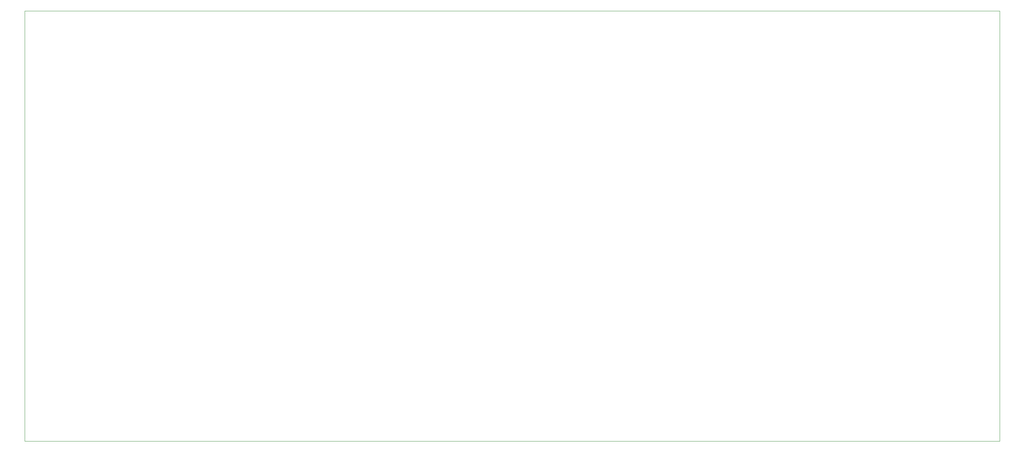
<source format=gbr>
%TF.GenerationSoftware,KiCad,Pcbnew,(6.0.9-0)*%
%TF.CreationDate,2022-11-15T20:56:47-05:00*%
%TF.ProjectId,clock,636c6f63-6b2e-46b6-9963-61645f706362,rev?*%
%TF.SameCoordinates,Original*%
%TF.FileFunction,Profile,NP*%
%FSLAX46Y46*%
G04 Gerber Fmt 4.6, Leading zero omitted, Abs format (unit mm)*
G04 Created by KiCad (PCBNEW (6.0.9-0)) date 2022-11-15 20:56:47*
%MOMM*%
%LPD*%
G01*
G04 APERTURE LIST*
%TA.AperFunction,Profile*%
%ADD10C,0.100000*%
%TD*%
G04 APERTURE END LIST*
D10*
X243840000Y-115570000D02*
X16510000Y-115570000D01*
X16510000Y-115570000D02*
X16510000Y-15240000D01*
X16510000Y-15240000D02*
X243840000Y-15240000D01*
X243840000Y-15240000D02*
X243840000Y-115570000D01*
M02*

</source>
